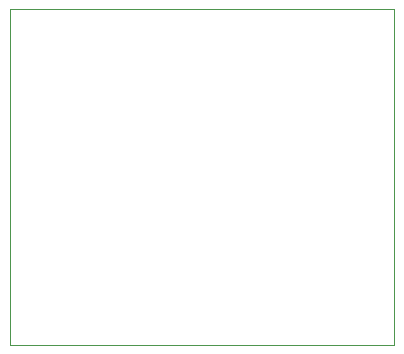
<source format=gbr>
%TF.GenerationSoftware,KiCad,Pcbnew,(6.0.8)*%
%TF.CreationDate,2023-01-31T16:58:12-08:00*%
%TF.ProjectId,Microwave Sensor v2,4d696372-6f77-4617-9665-2053656e736f,rev?*%
%TF.SameCoordinates,Original*%
%TF.FileFunction,Profile,NP*%
%FSLAX46Y46*%
G04 Gerber Fmt 4.6, Leading zero omitted, Abs format (unit mm)*
G04 Created by KiCad (PCBNEW (6.0.8)) date 2023-01-31 16:58:12*
%MOMM*%
%LPD*%
G01*
G04 APERTURE LIST*
%TA.AperFunction,Profile*%
%ADD10C,0.100000*%
%TD*%
G04 APERTURE END LIST*
D10*
X121400000Y-79500000D02*
X153880000Y-79500000D01*
X153880000Y-79500000D02*
X153880000Y-107924000D01*
X153880000Y-107924000D02*
X121400000Y-107924000D01*
X121400000Y-107924000D02*
X121400000Y-79500000D01*
M02*

</source>
